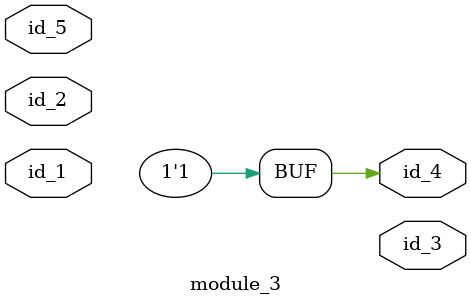
<source format=v>
module module_0;
  wire id_1;
  assign id_1 = id_1;
  module_2 modCall_1 (
      id_1,
      id_1
  );
endmodule
module module_1 (
    input  wor id_0,
    output tri id_1
);
  always
    repeat (1) begin : LABEL_0$display
      ;
    end
  module_0 modCall_1 ();
  always @(posedge id_0) $display;
endmodule
module module_2 (
    id_1,
    id_2
);
  output wire id_2;
  inout wire id_1;
  assign id_1 = 1 && 1 - id_1 && 1;
  module_3 modCall_1 (
      id_1,
      id_1,
      id_1,
      id_2,
      id_1
  );
endmodule
module module_3 (
    id_1,
    id_2,
    id_3,
    id_4,
    id_5
);
  inout wire id_5;
  output wire id_4;
  output wire id_3;
  input wire id_2;
  inout wire id_1;
  assign id_4 = 1;
endmodule

</source>
